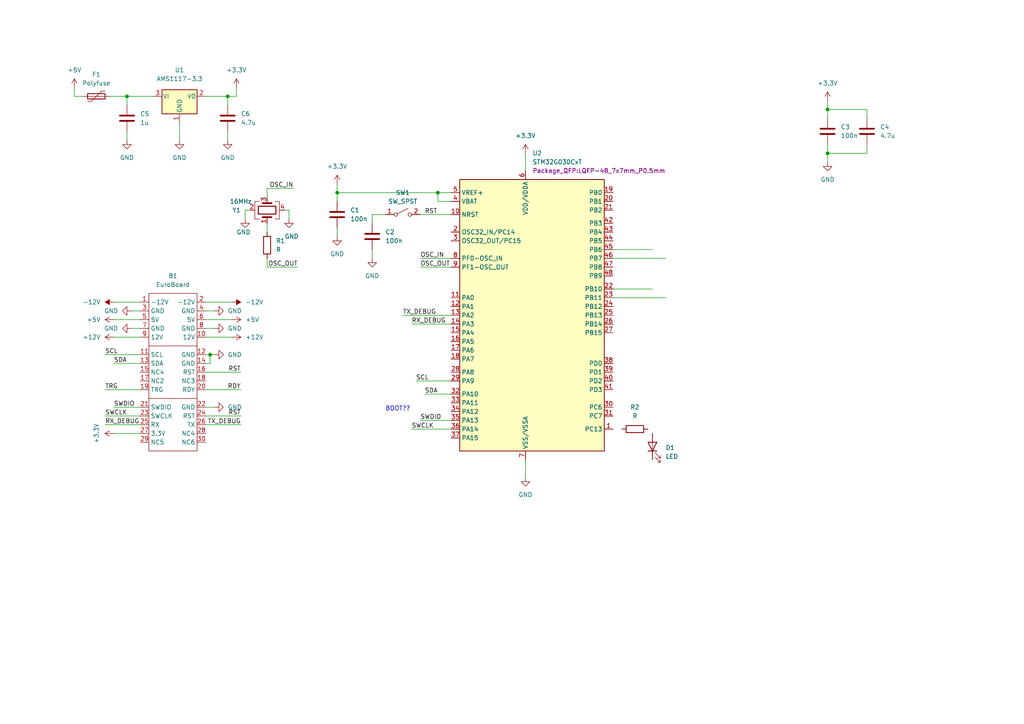
<source format=kicad_sch>
(kicad_sch (version 20211123) (generator eeschema)
  (paper "A4")
  (lib_symbols
    (symbol "Device:C" (pin_numbers hide) (pin_names (offset 0.254))
      (property "Reference" "C" (at 0.635 2.54 0))
      (property "Value" "C" (at 0.635 -2.54 0))
      (symbol "C_0_1"
        (polyline (pts (xy -2.032 -0.762) (xy 2.032 -0.762)) (stroke (width 0.508)))
        (polyline (pts (xy -2.032 0.762) (xy 2.032 0.762)) (stroke (width 0.508)))
      )
      (symbol "C_1_1"
        (pin passive line (at 0 3.81 270) (length 2.794) (name "~") (number "1"))
        (pin passive line (at 0 -3.81 90) (length 2.794) (name "~") (number "2"))
      )
    )
    (symbol "Device:Crystal_GND24" (pin_names (offset 1.016) hide)
      (property "Reference" "Y" (at 3.175 5.08 0))
      (property "Value" "Crystal_GND24" (at 3.175 3.175 0))
      (symbol "Crystal_GND24_0_1"
        (rectangle (start -1.143 2.54) (end 1.143 -2.54) (stroke (width 0.3048)))
        (polyline (pts (xy -2.54 0) (xy -2.032 0)))
        (polyline (pts (xy -2.032 -1.27) (xy -2.032 1.27)) (stroke (width 0.508)))
        (polyline (pts (xy 0 -3.81) (xy 0 -3.556)))
        (polyline (pts (xy 0 3.556) (xy 0 3.81)))
        (polyline (pts (xy 2.032 -1.27) (xy 2.032 1.27)) (stroke (width 0.508)))
        (polyline (pts (xy 2.032 0) (xy 2.54 0)))
        (polyline (pts (xy -2.54 -2.286) (xy -2.54 -3.556) (xy 2.54 -3.556) (xy 2.54 -2.286)))
        (polyline (pts (xy -2.54 2.286) (xy -2.54 3.556) (xy 2.54 3.556) (xy 2.54 2.286)))
      )
      (symbol "Crystal_GND24_1_1"
        (pin passive line (at -3.81 0 0) (length 1.27) (name "1") (number "1"))
        (pin passive line (at 0 5.08 270) (length 1.27) (name "2") (number "2"))
        (pin passive line (at 3.81 0 180) (length 1.27) (name "3") (number "3"))
        (pin passive line (at 0 -5.08 90) (length 1.27) (name "4") (number "4"))
      )
    )
    (symbol "Device:LED" (pin_numbers hide) (pin_names (offset 1.016) hide)
      (property "Reference" "D" (at 0 2.54 0))
      (property "Value" "LED" (at 0 -2.54 0))
      (symbol "LED_0_1"
        (polyline (pts (xy -1.27 -1.27) (xy -1.27 1.27)) (stroke (width 0.254)))
        (polyline (pts (xy -1.27 0) (xy 1.27 0)))
        (polyline (pts (xy 1.27 -1.27) (xy 1.27 1.27) (xy -1.27 0) (xy 1.27 -1.27)) (stroke (width 0.254)))
        (polyline (pts (xy -3.048 -0.762) (xy -4.572 -2.286) (xy -3.81 -2.286) (xy -4.572 -2.286) (xy -4.572 -1.524)))
        (polyline (pts (xy -1.778 -0.762) (xy -3.302 -2.286) (xy -2.54 -2.286) (xy -3.302 -2.286) (xy -3.302 -1.524)))
      )
      (symbol "LED_1_1"
        (pin passive line (at -3.81 0 0) (length 2.54) (name "K") (number "1"))
        (pin passive line (at 3.81 0 180) (length 2.54) (name "A") (number "2"))
      )
    )
    (symbol "Device:Polyfuse" (pin_numbers hide) (pin_names (offset 0))
      (property "Reference" "F" (at -2.54 0 90))
      (property "Value" "Polyfuse" (at 2.54 0 90))
      (symbol "Polyfuse_0_1"
        (rectangle (start -0.762 2.54) (end 0.762 -2.54) (stroke (width 0.254)))
        (polyline (pts (xy 0 2.54) (xy 0 -2.54)))
        (polyline (pts (xy -1.524 2.54) (xy -1.524 1.524) (xy 1.524 -1.524) (xy 1.524 -2.54)))
      )
      (symbol "Polyfuse_1_1"
        (pin passive line (at 0 3.81 270) (length 1.27) (name "~") (number "1"))
        (pin passive line (at 0 -3.81 90) (length 1.27) (name "~") (number "2"))
      )
    )
    (symbol "Device:R" (pin_numbers hide) (pin_names (offset 0))
      (property "Reference" "R" (at 2.032 0 90))
      (property "Value" "R" (at 0 0 90))
      (symbol "R_0_1"
        (rectangle (start -1.016 -2.54) (end 1.016 2.54) (stroke (width 0.254)))
      )
      (symbol "R_1_1"
        (pin passive line (at 0 3.81 270) (length 1.27) (name "~") (number "1"))
        (pin passive line (at 0 -3.81 90) (length 1.27) (name "~") (number "2"))
      )
    )
    (symbol "MEMS_Custom:EuroBoard"
      (property "Reference" "B" (at 0 0 0))
      (property "Value" "EuroBoard" (at 2.54 8.89 0))
      (symbol "EuroBoard_0_1"
        (rectangle (start -3.81 7.62) (end 10.16 -38.1))
        (polyline (pts (xy -3.81 -22.86) (xy 10.16 -22.86)))
        (polyline (pts (xy -3.81 -7.62) (xy 10.16 -7.62)))
      )
      (symbol "EuroBoard_1_1"
        (pin bidirectional line (at -6.35 5.08 0) (length 2.54) (name "-12V") (number "1"))
        (pin bidirectional line (at 12.7 -5.08 180) (length 2.54) (name "12V") (number "10"))
        (pin bidirectional line (at -6.35 -10.16 0) (length 2.54) (name "SCL") (number "11"))
        (pin bidirectional line (at 12.7 -10.16 180) (length 2.54) (name "GND") (number "12"))
        (pin bidirectional line (at -6.35 -12.7 0) (length 2.54) (name "SDA") (number "13"))
        (pin bidirectional line (at 12.7 -12.7 180) (length 2.54) (name "GND") (number "14"))
        (pin bidirectional line (at -6.35 -15.24 0) (length 2.54) (name "NC4") (number "15"))
        (pin bidirectional line (at 12.7 -15.24 180) (length 2.54) (name "RST") (number "16"))
        (pin bidirectional line (at -6.35 -17.78 0) (length 2.54) (name "NC2") (number "17"))
        (pin bidirectional line (at 12.7 -17.78 180) (length 2.54) (name "NC3") (number "18"))
        (pin bidirectional line (at -6.35 -20.32 0) (length 2.54) (name "TRG") (number "19"))
        (pin bidirectional line (at 12.7 5.08 180) (length 2.54) (name "-12V") (number "2"))
        (pin bidirectional line (at 12.7 -20.32 180) (length 2.54) (name "RDY") (number "20"))
        (pin bidirectional line (at -6.35 -25.4 0) (length 2.54) (name "SWDIO") (number "21"))
        (pin bidirectional line (at 12.7 -25.4 180) (length 2.54) (name "GND") (number "22"))
        (pin bidirectional line (at -6.35 -27.94 0) (length 2.54) (name "SWCLK") (number "23"))
        (pin bidirectional line (at 12.7 -27.94 180) (length 2.54) (name "RST") (number "24"))
        (pin bidirectional line (at -6.35 -30.48 0) (length 2.54) (name "RX") (number "25"))
        (pin bidirectional line (at 12.7 -30.48 180) (length 2.54) (name "TX") (number "26"))
        (pin bidirectional line (at -6.35 -33.02 0) (length 2.54) (name "3.3V") (number "27"))
        (pin bidirectional line (at 12.7 -33.02 180) (length 2.54) (name "NC4") (number "28"))
        (pin bidirectional line (at -6.35 -35.56 0) (length 2.54) (name "NC5") (number "29"))
        (pin bidirectional line (at -6.35 2.54 0) (length 2.54) (name "GND") (number "3"))
        (pin bidirectional line (at 12.7 -35.56 180) (length 2.54) (name "NC6") (number "30"))
        (pin bidirectional line (at 12.7 2.54 180) (length 2.54) (name "GND") (number "4"))
        (pin bidirectional line (at -6.35 0 0) (length 2.54) (name "5V") (number "5"))
        (pin bidirectional line (at 12.7 0 180) (length 2.54) (name "5V") (number "6"))
        (pin bidirectional line (at -6.35 -2.54 0) (length 2.54) (name "GND") (number "7"))
        (pin bidirectional line (at 12.7 -2.54 180) (length 2.54) (name "GND") (number "8"))
        (pin bidirectional line (at -6.35 -5.08 0) (length 2.54) (name "12V") (number "9"))
      )
    )
    (symbol "MEMS_IC:STM32G030CxT"
      (property "Reference" "U" (at 34.29 11.43 0))
      (property "Value" "STM32G030CxT" (at 34.29 15.24 0))
      (property "Footprint" "Package_QFP:LQFP-48_7x7mm_P0.5mm" (at 0 0 0))
      (symbol "STM32G030CxT_0_1"
        (rectangle (start 19.05 1.27) (end 60.96 -77.47) (stroke (width 0.254)) (fill (type background)))
      )
      (symbol "STM32G030CxT_1_1"
        (pin bidirectional line (at 63.5 -71.12 180) (length 2.54) (name "PC13") (number "1"))
        (pin bidirectional line (at 16.51 -8.89 0) (length 2.54) (name "NRST") (number "10"))
        (pin bidirectional line (at 16.51 -33.02 0) (length 2.54) (name "PA0") (number "11"))
        (pin bidirectional line (at 16.51 -35.56 0) (length 2.54) (name "PA1") (number "12"))
        (pin bidirectional line (at 16.51 -38.1 0) (length 2.54) (name "PA2") (number "13"))
        (pin bidirectional line (at 16.51 -40.64 0) (length 2.54) (name "PA3") (number "14"))
        (pin bidirectional line (at 16.51 -43.18 0) (length 2.54) (name "PA4") (number "15"))
        (pin bidirectional line (at 16.51 -45.72 0) (length 2.54) (name "PA5") (number "16"))
        (pin bidirectional line (at 16.51 -48.26 0) (length 2.54) (name "PA6") (number "17"))
        (pin bidirectional line (at 16.51 -50.8 0) (length 2.54) (name "PA7") (number "18"))
        (pin bidirectional line (at 63.5 -2.54 180) (length 2.54) (name "PB0") (number "19"))
        (pin bidirectional line (at 16.51 -13.97 0) (length 2.54) (name "OSC32_IN/PC14") (number "2"))
        (pin bidirectional line (at 63.5 -5.08 180) (length 2.54) (name "PB1") (number "20"))
        (pin bidirectional line (at 63.5 -7.62 180) (length 2.54) (name "PB2") (number "21"))
        (pin bidirectional line (at 63.5 -30.48 180) (length 2.54) (name "PB10") (number "22"))
        (pin bidirectional line (at 63.5 -33.02 180) (length 2.54) (name "PB11") (number "23"))
        (pin bidirectional line (at 63.5 -35.56 180) (length 2.54) (name "PB12") (number "24"))
        (pin bidirectional line (at 63.5 -38.1 180) (length 2.54) (name "PB13") (number "25"))
        (pin bidirectional line (at 63.5 -40.64 180) (length 2.54) (name "PB14") (number "26"))
        (pin bidirectional line (at 63.5 -43.18 180) (length 2.54) (name "PB15") (number "27"))
        (pin bidirectional line (at 16.51 -54.61 0) (length 2.54) (name "PA8") (number "28"))
        (pin bidirectional line (at 16.51 -57.15 0) (length 2.54) (name "PA9") (number "29"))
        (pin bidirectional line (at 16.51 -16.51 0) (length 2.54) (name "OSC32_OUT/PC15") (number "3"))
        (pin bidirectional line (at 63.5 -64.77 180) (length 2.54) (name "PC6") (number "30"))
        (pin bidirectional line (at 63.5 -67.31 180) (length 2.54) (name "PC7") (number "31"))
        (pin bidirectional line (at 16.51 -60.96 0) (length 2.54) (name "PA10") (number "32"))
        (pin bidirectional line (at 16.51 -63.5 0) (length 2.54) (name "PA11") (number "33"))
        (pin bidirectional line (at 16.51 -66.04 0) (length 2.54) (name "PA12") (number "34"))
        (pin bidirectional line (at 16.51 -68.58 0) (length 2.54) (name "PA13") (number "35"))
        (pin bidirectional line (at 16.51 -71.12 0) (length 2.54) (name "PA14") (number "36"))
        (pin bidirectional line (at 16.51 -73.66 0) (length 2.54) (name "PA15") (number "37"))
        (pin bidirectional line (at 63.5 -52.07 180) (length 2.54) (name "PD0") (number "38"))
        (pin bidirectional line (at 63.5 -54.61 180) (length 2.54) (name "PD1") (number "39"))
        (pin power_in line (at 16.51 -5.08 0) (length 2.54) (name "VBAT") (number "4"))
        (pin bidirectional line (at 63.5 -57.15 180) (length 2.54) (name "PD2") (number "40"))
        (pin bidirectional line (at 63.5 -59.69 180) (length 2.54) (name "PD3") (number "41"))
        (pin bidirectional line (at 63.5 -11.43 180) (length 2.54) (name "PB3") (number "42"))
        (pin bidirectional line (at 63.5 -13.97 180) (length 2.54) (name "PB4") (number "43"))
        (pin bidirectional line (at 63.5 -16.51 180) (length 2.54) (name "PB5") (number "44"))
        (pin bidirectional line (at 63.5 -19.05 180) (length 2.54) (name "PB6") (number "45"))
        (pin bidirectional line (at 63.5 -21.59 180) (length 2.54) (name "PB7") (number "46"))
        (pin bidirectional line (at 63.5 -24.13 180) (length 2.54) (name "PB8") (number "47"))
        (pin bidirectional line (at 63.5 -26.67 180) (length 2.54) (name "PB9") (number "48"))
        (pin power_in line (at 16.51 -2.54 0) (length 2.54) (name "VREF+") (number "5"))
        (pin power_in line (at 38.1 3.81 270) (length 2.54) (name "VDD/VDDA") (number "6"))
        (pin power_in line (at 38.1 -80.01 90) (length 2.54) (name "VSS/VSSA") (number "7"))
        (pin bidirectional line (at 16.51 -21.59 0) (length 2.54) (name "PF0-OSC_IN") (number "8"))
        (pin bidirectional line (at 16.51 -24.13 0) (length 2.54) (name "PF1-OSC_OUT") (number "9"))
      )
    )
    (symbol "Regulator_Linear:AMS1117-3.3" (pin_names (offset 0.254))
      (property "Reference" "U" (at -3.81 3.175 0))
      (property "Value" "AMS1117-3.3" (at 0 3.175 0))
      (symbol "AMS1117-3.3_0_1"
        (rectangle (start -5.08 -5.08) (end 5.08 1.905) (stroke (width 0.254)) (fill (type background)))
      )
      (symbol "AMS1117-3.3_1_1"
        (pin power_in line (at 0 -7.62 90) (length 2.54) (name "GND") (number "1"))
        (pin power_out line (at 7.62 0 180) (length 2.54) (name "VO") (number "2"))
        (pin power_in line (at -7.62 0 0) (length 2.54) (name "VI") (number "3"))
      )
    )
    (symbol "Switch:SW_SPST" (pin_names (offset 0) hide)
      (property "Reference" "SW" (at 0 3.175 0))
      (property "Value" "SW_SPST" (at 0 -2.54 0))
      (symbol "SW_SPST_0_0"
        (circle (center -2.032 0) (radius 0.508))
        (polyline (pts (xy -1.524 0.254) (xy 1.524 1.778)))
        (circle (center 2.032 0) (radius 0.508))
      )
      (symbol "SW_SPST_1_1"
        (pin passive line (at -5.08 0 0) (length 2.54) (name "A") (number "1"))
        (pin passive line (at 5.08 0 180) (length 2.54) (name "B") (number "2"))
      )
    )
    (symbol "power:+12V" (power) (pin_names (offset 0))
      (property "Value" "+12V" (at 0 3.556 0))
      (symbol "+12V_0_1"
        (polyline (pts (xy -0.762 1.27) (xy 0 2.54)))
        (polyline (pts (xy 0 0) (xy 0 2.54)))
        (polyline (pts (xy 0 2.54) (xy 0.762 1.27)))
      )
      (symbol "+12V_1_1"
        (pin power_in line (at 0 0 90) (length 0) hide (name "+12V") (number "1"))
      )
    )
    (symbol "power:+3.3V" (power) (pin_names (offset 0))
      (property "Value" "+3.3V" (at 0 3.556 0))
      (symbol "+3.3V_0_1"
        (polyline (pts (xy -0.762 1.27) (xy 0 2.54)))
        (polyline (pts (xy 0 0) (xy 0 2.54)))
        (polyline (pts (xy 0 2.54) (xy 0.762 1.27)))
      )
      (symbol "+3.3V_1_1"
        (pin power_in line (at 0 0 90) (length 0) hide (name "+3.3V") (number "1"))
      )
    )
    (symbol "power:+5V" (power) (pin_names (offset 0))
      (property "Value" "+5V" (at 0 3.556 0))
      (symbol "+5V_0_1"
        (polyline (pts (xy -0.762 1.27) (xy 0 2.54)))
        (polyline (pts (xy 0 0) (xy 0 2.54)))
        (polyline (pts (xy 0 2.54) (xy 0.762 1.27)))
      )
      (symbol "+5V_1_1"
        (pin power_in line (at 0 0 90) (length 0) hide (name "+5V") (number "1"))
      )
    )
    (symbol "power:-12V" (power) (pin_names (offset 0))
      (property "Value" "-12V" (at 0 3.81 0))
      (symbol "-12V_0_0"
        (pin power_in line (at 0 0 90) (length 0) hide (name "-12V") (number "1"))
      )
      (symbol "-12V_0_1"
        (polyline (pts (xy 0 0) (xy 0 1.27) (xy 0.762 1.27) (xy 0 2.54) (xy -0.762 1.27) (xy 0 1.27)) (fill (type outline)))
      )
    )
    (symbol "power:GND" (power) (pin_names (offset 0))
      (property "Value" "GND" (at 0 -3.81 0))
      (symbol "GND_0_1"
        (polyline (pts (xy 0 0) (xy 0 -1.27) (xy 1.27 -1.27) (xy 0 -2.54) (xy -1.27 -1.27) (xy 0 -1.27)))
      )
      (symbol "GND_1_1"
        (pin power_in line (at 0 0 270) (length 0) hide (name "GND") (number "1"))
      )
    )
  )
  (junction (at 66.04 27.94))
  (junction (at 240.03 44.45))
  (junction (at 60.96 102.87))
  (junction (at 240.03 31.75))
  (junction (at 36.83 27.94))
  (junction (at 97.79 55.88))
  (junction (at 127 55.88))
  (wire (pts (xy 21.59 25.4) (xy 21.59 27.94)))
  (wire (pts (xy 30.48 120.65) (xy 40.64 120.65)))
  (wire (pts (xy 119.38 124.46) (xy 130.81 124.46)))
  (wire (pts (xy 69.85 123.19) (xy 59.69 123.19)))
  (wire (pts (xy 240.03 31.75) (xy 251.46 31.75)))
  (wire (pts (xy 251.46 44.45) (xy 251.46 41.91)))
  (wire (pts (xy 60.96 102.87) (xy 60.96 105.41)))
  (wire (pts (xy 130.81 121.92) (xy 121.92 121.92)))
  (wire (pts (xy 30.48 113.03) (xy 40.64 113.03)))
  (wire (pts (xy 97.79 55.88) (xy 97.79 58.42)))
  (wire (pts (xy 77.47 54.61) (xy 85.09 54.61)))
  (wire (pts (xy 127 55.88) (xy 97.79 55.88)))
  (wire (pts (xy 123.19 114.3) (xy 130.81 114.3)))
  (wire (pts (xy 121.92 74.93) (xy 130.81 74.93)))
  (wire (pts (xy 240.03 29.21) (xy 240.03 31.75)))
  (wire (pts (xy 68.58 25.4) (xy 68.58 27.94)))
  (wire (pts (xy 240.03 44.45) (xy 251.46 44.45)))
  (wire (pts (xy 177.8 83.82) (xy 189.23 83.82)))
  (wire (pts (xy 240.03 41.91) (xy 240.03 44.45)))
  (wire (pts (xy 83.82 60.96) (xy 83.82 63.5)))
  (wire (pts (xy 71.12 60.96) (xy 71.12 63.5)))
  (wire (pts (xy 77.47 64.77) (xy 77.47 67.31)))
  (wire (pts (xy 97.79 53.34) (xy 97.79 55.88)))
  (wire (pts (xy 66.04 40.64) (xy 66.04 38.1)))
  (wire (pts (xy 120.65 110.49) (xy 130.81 110.49)))
  (wire (pts (xy 82.55 60.96) (xy 83.82 60.96)))
  (wire (pts (xy 66.04 27.94) (xy 66.04 30.48)))
  (wire (pts (xy 59.69 102.87) (xy 60.96 102.87)))
  (wire (pts (xy 36.83 40.64) (xy 36.83 38.1)))
  (wire (pts (xy 52.07 40.64) (xy 52.07 35.56)))
  (wire (pts (xy 40.64 90.17) (xy 38.1 90.17)))
  (wire (pts (xy 251.46 31.75) (xy 251.46 34.29)))
  (wire (pts (xy 152.4 44.45) (xy 152.4 49.53)))
  (wire (pts (xy 60.96 102.87) (xy 62.23 102.87)))
  (wire (pts (xy 240.03 44.45) (xy 240.03 46.99)))
  (wire (pts (xy 30.48 123.19) (xy 40.64 123.19)))
  (wire (pts (xy 40.64 97.79) (xy 33.02 97.79)))
  (wire (pts (xy 44.45 27.94) (xy 36.83 27.94)))
  (wire (pts (xy 40.64 92.71) (xy 33.02 92.71)))
  (wire (pts (xy 40.64 87.63) (xy 33.02 87.63)))
  (wire (pts (xy 40.64 95.25) (xy 38.1 95.25)))
  (wire (pts (xy 77.47 57.15) (xy 77.47 54.61)))
  (wire (pts (xy 33.02 105.41) (xy 40.64 105.41)))
  (wire (pts (xy 130.81 58.42) (xy 127 58.42)))
  (wire (pts (xy 116.84 91.44) (xy 130.81 91.44)))
  (wire (pts (xy 59.69 97.79) (xy 67.31 97.79)))
  (wire (pts (xy 59.69 87.63) (xy 67.31 87.63)))
  (wire (pts (xy 119.38 93.98) (xy 130.81 93.98)))
  (wire (pts (xy 97.79 66.04) (xy 97.79 68.58)))
  (wire (pts (xy 33.02 118.11) (xy 40.64 118.11)))
  (wire (pts (xy 59.69 27.94) (xy 66.04 27.94)))
  (wire (pts (xy 152.4 133.35) (xy 152.4 138.43)))
  (wire (pts (xy 59.69 92.71) (xy 67.31 92.71)))
  (wire (pts (xy 127 55.88) (xy 130.81 55.88)))
  (wire (pts (xy 30.48 102.87) (xy 40.64 102.87)))
  (wire (pts (xy 177.8 74.93) (xy 193.04 74.93)))
  (wire (pts (xy 71.12 60.96) (xy 72.39 60.96)))
  (wire (pts (xy 77.47 77.47) (xy 86.36 77.47)))
  (wire (pts (xy 240.03 31.75) (xy 240.03 34.29)))
  (wire (pts (xy 66.04 27.94) (xy 68.58 27.94)))
  (wire (pts (xy 121.92 62.23) (xy 130.81 62.23)))
  (wire (pts (xy 21.59 27.94) (xy 24.13 27.94)))
  (wire (pts (xy 77.47 74.93) (xy 77.47 77.47)))
  (wire (pts (xy 59.69 95.25) (xy 62.23 95.25)))
  (wire (pts (xy 107.95 72.39) (xy 107.95 74.93)))
  (wire (pts (xy 59.69 90.17) (xy 62.23 90.17)))
  (wire (pts (xy 107.95 62.23) (xy 107.95 64.77)))
  (wire (pts (xy 121.92 77.47) (xy 130.81 77.47)))
  (wire (pts (xy 69.85 120.65) (xy 59.69 120.65)))
  (wire (pts (xy 62.23 118.11) (xy 59.69 118.11)))
  (wire (pts (xy 59.69 113.03) (xy 69.85 113.03)))
  (wire (pts (xy 31.75 27.94) (xy 36.83 27.94)))
  (wire (pts (xy 177.8 72.39) (xy 189.23 72.39)))
  (wire (pts (xy 177.8 86.36) (xy 193.04 86.36)))
  (wire (pts (xy 59.69 105.41) (xy 60.96 105.41)))
  (wire (pts (xy 111.76 62.23) (xy 107.95 62.23)))
  (wire (pts (xy 59.69 107.95) (xy 69.85 107.95)))
  (wire (pts (xy 36.83 27.94) (xy 36.83 30.48)))
  (wire (pts (xy 33.02 125.73) (xy 40.64 125.73)))
  (wire (pts (xy 127 58.42) (xy 127 55.88)))
  (text "BOOT??\n" (at 111.76 119.38 0) (effects (font (size 1.27 1.27)) (justify left bottom)))
  (label "TRG" (at 30.48 113.03 0))
  (label "TX_DEBUG" (at 116.84 91.44 0))
  (label "SWDIO" (at 33.02 118.11 0))
  (label "SWDIO" (at 121.92 121.92 0))
  (label "SDA" (at 33.02 105.41 0))
  (label "SWCLK" (at 30.48 120.65 0))
  (label "RX_DEBUG" (at 30.48 123.19 0))
  (label "OSC_OUT" (at 121.92 77.47 0))
  (label "SWCLK" (at 119.38 124.46 0))
  (label "SCL" (at 30.48 102.87 0))
  (label "RX_DEBUG" (at 119.38 93.98 0))
  (label "TX_DEBUG" (at 69.85 123.19 180))
  (label "SCL" (at 120.65 110.49 0))
  (label "RST" (at 123.19 62.23 0))
  (label "OSC_IN" (at 85.09 54.61 180))
  (label "OSC_IN" (at 121.92 74.93 0))
  (label "SDA" (at 123.19 114.3 0))
  (label "RDY" (at 69.85 113.03 180))
  (label "OSC_OUT" (at 86.36 77.47 180))
  (label "RST" (at 69.85 107.95 180))
  (label "RST" (at 69.85 120.65 180))
  (symbol (lib_id "Regulator_Linear:AMS1117-3.3") (at 52.07 27.94 0) (unit 1)
    (property "Reference" "U1" (at 52.07 20.32 0))
    (property "Value" "AMS1117-3.3" (at 52.07 22.86 0))
    (property "Footprint" "Package_TO_SOT_SMD:SOT-223-3_TabPin2" (effects hide))
    (property "Datasheet" "http://www.advanced-monolithic.com/pdf/ds1117.pdf" (effects hide))
  )
  (symbol (lib_id "Device:C") (at 107.95 68.58 0) (unit 1)
    (property "Reference" "C2" (at 111.76 67.3099 0) (effects (justify left)))
    (property "Value" "100n" (at 111.76 69.8499 0) (effects (justify left)))
    (property "Footprint" "Capacitor_SMD:C_0805_2012Metric_Pad1.18x1.45mm_HandSolder" (effects hide))
  )
  (symbol (lib_id "Device:C") (at 251.46 38.1 0) (unit 1)
    (property "Reference" "C4" (at 255.27 36.8299 0) (effects (justify left)))
    (property "Value" "4.7u" (at 255.27 39.3699 0) (effects (justify left)))
    (property "Footprint" "Capacitor_SMD:C_0805_2012Metric_Pad1.18x1.45mm_HandSolder" (effects hide))
  )
  (symbol (lib_id "Device:R") (at 184.15 124.46 90) (unit 1)
    (property "Reference" "R2" (at 184.15 118.11 90))
    (property "Value" "R" (at 184.15 120.65 90))
    (property "Footprint" "Resistor_SMD:R_0805_2012Metric_Pad1.20x1.40mm_HandSolder" (effects hide))
  )
  (symbol (lib_id "power:-12V") (at 67.31 87.63 270) (unit 1)
    (property "Reference" "#PWR0119" (effects hide))
    (property "Value" "-12V" (at 71.12 87.6299 90) (effects (justify left)))
  )
  (symbol (lib_id "power:-12V") (at 33.02 87.63 90) (mirror x) (unit 1)
    (property "Reference" "#PWR0124" (effects hide))
    (property "Value" "-12V" (at 29.21 87.6299 90) (effects (justify left)))
  )
  (symbol (lib_id "power:GND") (at 83.82 63.5 0) (unit 1)
    (property "Reference" "#PWR0105" (effects hide))
    (property "Value" "GND" (at 82.55 68.58 0) (effects (justify left)))
  )
  (symbol (lib_id "MEMS_IC:STM32G030CxT") (at 114.3 53.34 0) (unit 1)
    (property "Reference" "U2" (at 154.4194 44.45 0) (effects (justify left)))
    (property "Value" "STM32G030CxT" (at 154.4194 46.99 0) (effects (justify left)))
    (property "Footprint" "Package_QFP:LQFP-48_7x7mm_P0.5mm" (at 154.4194 49.53 0) (effects (justify left)))
  )
  (symbol (lib_id "power:GND") (at 62.23 95.25 90) (unit 1)
    (property "Reference" "#PWR0117" (effects hide))
    (property "Value" "GND" (at 66.04 95.2499 90) (effects (justify right)))
  )
  (symbol (lib_id "power:GND") (at 152.4 138.43 0) (unit 1)
    (property "Reference" "#PWR0106" (effects hide))
    (property "Value" "GND" (at 152.4 143.51 0))
  )
  (symbol (lib_id "power:+3.3V") (at 68.58 25.4 0) (unit 1)
    (property "Reference" "#PWR0114" (effects hide))
    (property "Value" "+3.3V" (at 68.58 20.32 0))
  )
  (symbol (lib_id "Device:Crystal_GND24") (at 77.47 60.96 90) (unit 1)
    (property "Reference" "Y1" (at 68.58 60.96 90))
    (property "Value" "16MHz" (at 69.85 58.42 90))
    (property "Footprint" "Oscillator:Oscillator_SMD_Abracon_ASDMB-4Pin_2.5x2.0mm" (effects hide))
  )
  (symbol (lib_id "power:+5V") (at 67.31 92.71 270) (unit 1)
    (property "Reference" "#PWR0118" (effects hide))
    (property "Value" "+5V" (at 71.12 92.7099 90) (effects (justify left)))
  )
  (symbol (lib_id "Device:C") (at 36.83 34.29 0) (unit 1)
    (property "Reference" "C5" (at 40.64 33.0199 0) (effects (justify left)))
    (property "Value" "1u" (at 40.64 35.5599 0) (effects (justify left)))
    (property "Footprint" "Capacitor_SMD:C_0805_2012Metric_Pad1.18x1.45mm_HandSolder" (effects hide))
  )
  (symbol (lib_id "power:GND") (at 240.03 46.99 0) (unit 1)
    (property "Reference" "#PWR0108" (effects hide))
    (property "Value" "GND" (at 240.03 52.07 0))
  )
  (symbol (lib_id "power:GND") (at 36.83 40.64 0) (unit 1)
    (property "Reference" "#PWR0110" (effects hide))
    (property "Value" "GND" (at 36.83 45.72 0))
  )
  (symbol (lib_id "Device:LED") (at 189.23 129.54 90) (unit 1)
    (property "Reference" "D1" (at 193.04 129.8574 90) (effects (justify right)))
    (property "Value" "LED" (at 193.04 132.3974 90) (effects (justify right)))
  )
  (symbol (lib_id "Device:Polyfuse") (at 27.94 27.94 90) (unit 1)
    (property "Reference" "F1" (at 27.94 21.59 90))
    (property "Value" "Polyfuse" (at 27.94 24.13 90))
  )
  (symbol (lib_id "power:GND") (at 66.04 40.64 0) (unit 1)
    (property "Reference" "#PWR0112" (effects hide))
    (property "Value" "GND" (at 66.04 45.72 0))
  )
  (symbol (lib_id "power:+5V") (at 33.02 92.71 90) (mirror x) (unit 1)
    (property "Reference" "#PWR0122" (effects hide))
    (property "Value" "+5V" (at 29.21 92.7099 90) (effects (justify left)))
  )
  (symbol (lib_id "power:GND") (at 62.23 90.17 90) (unit 1)
    (property "Reference" "#PWR0116" (effects hide))
    (property "Value" "GND" (at 66.04 90.1699 90) (effects (justify right)))
  )
  (symbol (lib_id "power:GND") (at 97.79 68.58 0) (unit 1)
    (property "Reference" "#PWR0102" (effects hide))
    (property "Value" "GND" (at 97.79 73.66 0))
  )
  (symbol (lib_id "power:GND") (at 52.07 40.64 0) (unit 1)
    (property "Reference" "#PWR0113" (effects hide))
    (property "Value" "GND" (at 52.07 45.72 0))
  )
  (symbol (lib_id "power:GND") (at 62.23 102.87 90) (unit 1)
    (property "Reference" "#PWR0126" (effects hide))
    (property "Value" "GND" (at 66.04 102.8699 90) (effects (justify right)))
  )
  (symbol (lib_id "power:+12V") (at 33.02 97.79 90) (mirror x) (unit 1)
    (property "Reference" "#PWR0121" (effects hide))
    (property "Value" "+12V" (at 29.21 97.7899 90) (effects (justify left)))
  )
  (symbol (lib_id "Device:R") (at 77.47 71.12 0) (unit 1)
    (property "Reference" "R1" (at 80.01 69.8499 0) (effects (justify left)))
    (property "Value" "R" (at 80.01 72.3899 0) (effects (justify left)))
    (property "Footprint" "Resistor_SMD:R_0805_2012Metric_Pad1.20x1.40mm_HandSolder" (effects hide))
  )
  (symbol (lib_id "power:+12V") (at 67.31 97.79 270) (unit 1)
    (property "Reference" "#PWR0115" (effects hide))
    (property "Value" "+12V" (at 71.12 97.7899 90) (effects (justify left)))
  )
  (symbol (lib_id "Device:C") (at 66.04 34.29 0) (unit 1)
    (property "Reference" "C6" (at 69.85 33.0199 0) (effects (justify left)))
    (property "Value" "4.7u" (at 69.85 35.5599 0) (effects (justify left)))
    (property "Footprint" "Capacitor_SMD:C_0805_2012Metric_Pad1.18x1.45mm_HandSolder" (effects hide))
  )
  (symbol (lib_id "power:GND") (at 38.1 95.25 270) (mirror x) (unit 1)
    (property "Reference" "#PWR0120" (effects hide))
    (property "Value" "GND" (at 34.29 95.2499 90) (effects (justify right)))
  )
  (symbol (lib_id "Device:C") (at 97.79 62.23 0) (unit 1)
    (property "Reference" "C1" (at 101.6 60.9599 0) (effects (justify left)))
    (property "Value" "100n" (at 101.6 63.4999 0) (effects (justify left)))
    (property "Footprint" "Capacitor_SMD:C_0805_2012Metric_Pad1.18x1.45mm_HandSolder" (effects hide))
  )
  (symbol (lib_id "power:+3.3V") (at 97.79 53.34 0) (unit 1)
    (property "Reference" "#PWR0103" (effects hide))
    (property "Value" "+3.3V" (at 97.79 48.26 0))
  )
  (symbol (lib_id "power:GND") (at 107.95 74.93 0) (unit 1)
    (property "Reference" "#PWR0101" (effects hide))
    (property "Value" "GND" (at 107.95 80.01 0))
  )
  (symbol (lib_id "power:+3.3V") (at 152.4 44.45 0) (unit 1)
    (property "Reference" "#PWR0107" (effects hide))
    (property "Value" "+3.3V" (at 152.4 39.37 0))
  )
  (symbol (lib_id "Switch:SW_SPST") (at 116.84 62.23 0) (unit 1)
    (property "Reference" "SW1" (at 116.84 55.88 0))
    (property "Value" "SW_SPST" (at 116.84 58.42 0))
    (property "Footprint" "Button_Switch_SMD:SW_SPST_B3U-1000P-B" (effects hide))
  )
  (symbol (lib_id "power:+3.3V") (at 33.02 125.73 90) (unit 1)
    (property "Reference" "#PWR0125" (effects hide))
    (property "Value" "+3.3V" (at 27.94 125.73 0))
  )
  (symbol (lib_id "power:GND") (at 38.1 90.17 270) (mirror x) (unit 1)
    (property "Reference" "#PWR0123" (effects hide))
    (property "Value" "GND" (at 34.29 90.1699 90) (effects (justify right)))
  )
  (symbol (lib_id "MEMS_Custom:EuroBoard") (at 46.99 92.71 0) (unit 1)
    (property "Reference" "B1" (at 50.165 80.01 0))
    (property "Value" "EuroBoard" (at 50.165 82.55 0))
    (property "Footprint" "MEMS_Custom:EuroMeasure" (effects hide))
  )
  (symbol (lib_id "power:+5V") (at 21.59 25.4 0) (unit 1)
    (property "Reference" "#PWR0111" (effects hide))
    (property "Value" "+5V" (at 21.59 20.32 0))
  )
  (symbol (lib_id "power:+3.3V") (at 240.03 29.21 0) (unit 1)
    (property "Reference" "#PWR0109" (effects hide))
    (property "Value" "+3.3V" (at 240.03 24.13 0))
  )
  (symbol (lib_id "power:GND") (at 71.12 63.5 0) (unit 1)
    (property "Reference" "#PWR0104" (effects hide))
    (property "Value" "GND" (at 68.58 67.31 0) (effects (justify left)))
  )
  (symbol (lib_id "power:GND") (at 62.23 118.11 90) (unit 1)
    (property "Reference" "#PWR0127" (effects hide))
    (property "Value" "GND" (at 66.04 118.1099 90) (effects (justify right)))
  )
  (symbol (lib_id "Device:C") (at 240.03 38.1 0) (unit 1)
    (property "Reference" "C3" (at 243.84 36.8299 0) (effects (justify left)))
    (property "Value" "100n" (at 243.84 39.3699 0) (effects (justify left)))
    (property "Footprint" "Capacitor_SMD:C_0805_2012Metric_Pad1.18x1.45mm_HandSolder" (effects hide))
  )
)
</source>
